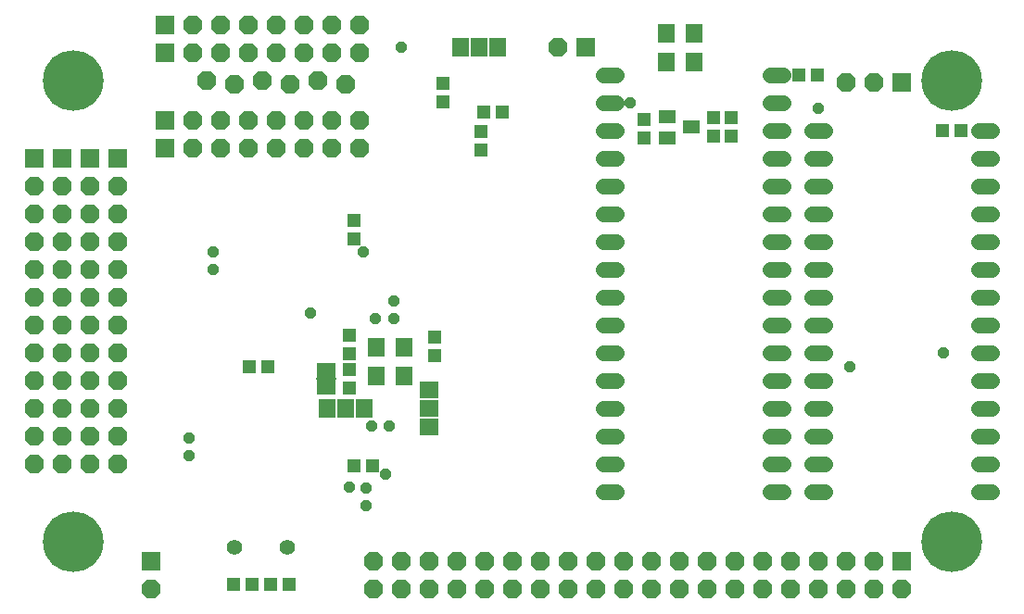
<source format=gbs>
G75*
%MOIN*%
%OFA0B0*%
%FSLAX24Y24*%
%IPPOS*%
%LPD*%
%AMOC8*
5,1,8,0,0,1.08239X$1,22.5*
%
%ADD10C,0.2180*%
%ADD11C,0.0560*%
%ADD12R,0.0680X0.0680*%
%ADD13OC8,0.0680*%
%ADD14R,0.0608X0.0671*%
%ADD15C,0.0560*%
%ADD16R,0.0513X0.0474*%
%ADD17OC8,0.0417*%
%ADD18R,0.0671X0.0592*%
%ADD19R,0.0474X0.0513*%
%ADD20R,0.0631X0.0474*%
%ADD21R,0.0592X0.0671*%
%ADD22R,0.0710X0.0540*%
%ADD23R,0.0720X0.0060*%
D10*
X002697Y003572D03*
X002697Y020178D03*
X034303Y020178D03*
X034303Y003572D03*
D11*
X035260Y005375D02*
X035740Y005375D01*
X035740Y006375D02*
X035260Y006375D01*
X035260Y007375D02*
X035740Y007375D01*
X035740Y008375D02*
X035260Y008375D01*
X035260Y009375D02*
X035740Y009375D01*
X035740Y010375D02*
X035260Y010375D01*
X035260Y011375D02*
X035740Y011375D01*
X035740Y012375D02*
X035260Y012375D01*
X035260Y013375D02*
X035740Y013375D01*
X035740Y014375D02*
X035260Y014375D01*
X035260Y015375D02*
X035740Y015375D01*
X035740Y016375D02*
X035260Y016375D01*
X035260Y017375D02*
X035740Y017375D01*
X035740Y018375D02*
X035260Y018375D01*
X029740Y018375D02*
X029260Y018375D01*
X028240Y018375D02*
X027760Y018375D01*
X027760Y019375D02*
X028240Y019375D01*
X028240Y020375D02*
X027760Y020375D01*
X027760Y017375D02*
X028240Y017375D01*
X029260Y017375D02*
X029740Y017375D01*
X029740Y016375D02*
X029260Y016375D01*
X028240Y016375D02*
X027760Y016375D01*
X027760Y015375D02*
X028240Y015375D01*
X029260Y015375D02*
X029740Y015375D01*
X029740Y014375D02*
X029260Y014375D01*
X028240Y014375D02*
X027760Y014375D01*
X027760Y013375D02*
X028240Y013375D01*
X029260Y013375D02*
X029740Y013375D01*
X029740Y012375D02*
X029260Y012375D01*
X028240Y012375D02*
X027760Y012375D01*
X027760Y011375D02*
X028240Y011375D01*
X029260Y011375D02*
X029740Y011375D01*
X029740Y010375D02*
X029260Y010375D01*
X028240Y010375D02*
X027760Y010375D01*
X027760Y009375D02*
X028240Y009375D01*
X029260Y009375D02*
X029740Y009375D01*
X029740Y008375D02*
X029260Y008375D01*
X028240Y008375D02*
X027760Y008375D01*
X027760Y007375D02*
X028240Y007375D01*
X029260Y007375D02*
X029740Y007375D01*
X029740Y006375D02*
X029260Y006375D01*
X028240Y006375D02*
X027760Y006375D01*
X027760Y005375D02*
X028240Y005375D01*
X029260Y005375D02*
X029740Y005375D01*
X022240Y005375D02*
X021760Y005375D01*
X021760Y006375D02*
X022240Y006375D01*
X022240Y007375D02*
X021760Y007375D01*
X021760Y008375D02*
X022240Y008375D01*
X022240Y009375D02*
X021760Y009375D01*
X021760Y010375D02*
X022240Y010375D01*
X022240Y011375D02*
X021760Y011375D01*
X021760Y012375D02*
X022240Y012375D01*
X022240Y013375D02*
X021760Y013375D01*
X021760Y014375D02*
X022240Y014375D01*
X022240Y015375D02*
X021760Y015375D01*
X021760Y016375D02*
X022240Y016375D01*
X022240Y017375D02*
X021760Y017375D01*
X021760Y018375D02*
X022240Y018375D01*
X022240Y019375D02*
X021760Y019375D01*
X021760Y020375D02*
X022240Y020375D01*
D12*
X021125Y021375D03*
X032500Y020125D03*
X006000Y021188D03*
X006000Y022188D03*
X006000Y018750D03*
X006000Y017750D03*
X004313Y017375D03*
X003313Y017375D03*
X002313Y017375D03*
X001313Y017375D03*
X005500Y002875D03*
X032500Y002875D03*
D13*
X005500Y001875D03*
X004313Y006375D03*
X003313Y006375D03*
X002313Y006375D03*
X001313Y006375D03*
X001313Y007375D03*
X002313Y007375D03*
X003313Y007375D03*
X004313Y007375D03*
X004313Y008375D03*
X003313Y008375D03*
X002313Y008375D03*
X001313Y008375D03*
X001313Y009375D03*
X002313Y009375D03*
X003313Y009375D03*
X004313Y009375D03*
X004313Y010375D03*
X003313Y010375D03*
X002313Y010375D03*
X001313Y010375D03*
X001313Y011375D03*
X002313Y011375D03*
X003313Y011375D03*
X004313Y011375D03*
X004313Y012375D03*
X003313Y012375D03*
X002313Y012375D03*
X001313Y012375D03*
X001313Y013375D03*
X002313Y013375D03*
X003313Y013375D03*
X004313Y013375D03*
X004313Y014375D03*
X003313Y014375D03*
X002313Y014375D03*
X001313Y014375D03*
X001313Y015375D03*
X002313Y015375D03*
X003313Y015375D03*
X004313Y015375D03*
X004313Y016375D03*
X003313Y016375D03*
X002313Y016375D03*
X001313Y016375D03*
X007000Y017750D03*
X008000Y017750D03*
X009000Y017750D03*
X010000Y017750D03*
X011000Y017750D03*
X012000Y017750D03*
X013000Y017750D03*
X013000Y018750D03*
X012000Y018750D03*
X011000Y018750D03*
X010000Y018750D03*
X009000Y018750D03*
X008000Y018750D03*
X007000Y018750D03*
X007500Y020188D03*
X008500Y020063D03*
X009500Y020188D03*
X010500Y020063D03*
X011500Y020188D03*
X012500Y020063D03*
X012000Y021188D03*
X011000Y021188D03*
X010000Y021188D03*
X009000Y021188D03*
X008000Y021188D03*
X007000Y021188D03*
X007000Y022188D03*
X008000Y022188D03*
X009000Y022188D03*
X010000Y022188D03*
X011000Y022188D03*
X012000Y022188D03*
X013000Y022188D03*
X013000Y021188D03*
X020125Y021375D03*
X030500Y020125D03*
X031500Y020125D03*
X031500Y002875D03*
X030500Y002875D03*
X029500Y002875D03*
X028500Y002875D03*
X027500Y002875D03*
X026500Y002875D03*
X025500Y002875D03*
X024500Y002875D03*
X023500Y002875D03*
X022500Y002875D03*
X021500Y002875D03*
X020500Y002875D03*
X019500Y002875D03*
X018500Y002875D03*
X017500Y002875D03*
X016500Y002875D03*
X015500Y002875D03*
X014500Y002875D03*
X013500Y002875D03*
X013500Y001875D03*
X014500Y001875D03*
X015500Y001875D03*
X016500Y001875D03*
X017500Y001875D03*
X018500Y001875D03*
X019500Y001875D03*
X020500Y001875D03*
X021500Y001875D03*
X022500Y001875D03*
X023500Y001875D03*
X024500Y001875D03*
X025500Y001875D03*
X026500Y001875D03*
X027500Y001875D03*
X028500Y001875D03*
X029500Y001875D03*
X030500Y001875D03*
X031500Y001875D03*
X032500Y001875D03*
D14*
X014603Y009546D03*
X013603Y009546D03*
X013603Y010589D03*
X014603Y010589D03*
X024022Y020848D03*
X025022Y020848D03*
X025022Y021892D03*
X024022Y021892D03*
D15*
X010388Y003375D03*
X008488Y003375D03*
D16*
X008478Y002063D03*
X009147Y002063D03*
X009790Y002063D03*
X010460Y002063D03*
X012625Y009103D03*
X012625Y009772D03*
X012625Y010353D03*
X012625Y011022D03*
X009710Y009875D03*
X009040Y009875D03*
X012813Y014478D03*
X012813Y015147D03*
X017478Y019063D03*
X018147Y019063D03*
X023250Y018772D03*
X023250Y018103D03*
X026375Y018165D03*
X026375Y018835D03*
X028790Y020375D03*
X029460Y020375D03*
X033978Y018375D03*
X034647Y018375D03*
D17*
X029500Y019188D03*
X022750Y019375D03*
X014500Y021375D03*
X013125Y014000D03*
X014250Y012250D03*
X014250Y011625D03*
X013563Y011625D03*
X011250Y011813D03*
X007750Y013375D03*
X007750Y014000D03*
X013438Y007750D03*
X014063Y007750D03*
X013938Y006000D03*
X013250Y005500D03*
X012625Y005563D03*
X013250Y004875D03*
X006875Y006688D03*
X006875Y007313D03*
X030625Y009875D03*
X034000Y010375D03*
D18*
X015500Y009044D03*
X015500Y008375D03*
X015500Y007706D03*
D19*
X013460Y006313D03*
X012790Y006313D03*
X015688Y010290D03*
X015688Y010960D03*
X017375Y017665D03*
X017375Y018335D03*
X016000Y019415D03*
X016000Y020085D03*
X025750Y018835D03*
X025750Y018165D03*
D20*
X024933Y018500D03*
X024067Y018126D03*
X024067Y018874D03*
D21*
X017982Y021375D03*
X017313Y021375D03*
X016643Y021375D03*
X013169Y008375D03*
X012500Y008375D03*
X011831Y008375D03*
D22*
X011813Y009138D03*
X011813Y009738D03*
D23*
X011813Y009438D03*
M02*

</source>
